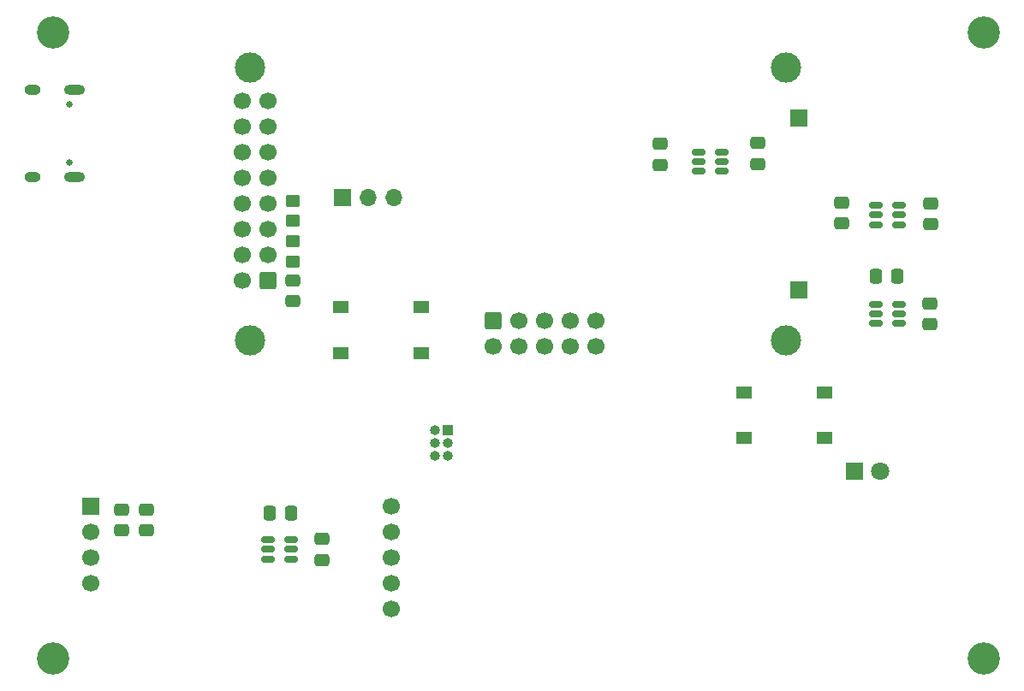
<source format=gbr>
%TF.GenerationSoftware,KiCad,Pcbnew,(6.0.11)*%
%TF.CreationDate,2024-04-14T23:22:21+03:00*%
%TF.ProjectId,avr-co2-detector,6176722d-636f-4322-9d64-65746563746f,rev. 1*%
%TF.SameCoordinates,Original*%
%TF.FileFunction,Soldermask,Bot*%
%TF.FilePolarity,Negative*%
%FSLAX46Y46*%
G04 Gerber Fmt 4.6, Leading zero omitted, Abs format (unit mm)*
G04 Created by KiCad (PCBNEW (6.0.11)) date 2024-04-14 23:22:21*
%MOMM*%
%LPD*%
G01*
G04 APERTURE LIST*
G04 Aperture macros list*
%AMRoundRect*
0 Rectangle with rounded corners*
0 $1 Rounding radius*
0 $2 $3 $4 $5 $6 $7 $8 $9 X,Y pos of 4 corners*
0 Add a 4 corners polygon primitive as box body*
4,1,4,$2,$3,$4,$5,$6,$7,$8,$9,$2,$3,0*
0 Add four circle primitives for the rounded corners*
1,1,$1+$1,$2,$3*
1,1,$1+$1,$4,$5*
1,1,$1+$1,$6,$7*
1,1,$1+$1,$8,$9*
0 Add four rect primitives between the rounded corners*
20,1,$1+$1,$2,$3,$4,$5,0*
20,1,$1+$1,$4,$5,$6,$7,0*
20,1,$1+$1,$6,$7,$8,$9,0*
20,1,$1+$1,$8,$9,$2,$3,0*%
G04 Aperture macros list end*
%ADD10C,3.200000*%
%ADD11C,3.000000*%
%ADD12C,0.650000*%
%ADD13O,2.100000X1.000000*%
%ADD14O,1.600000X1.000000*%
%ADD15R,1.700000X1.700000*%
%ADD16C,1.700000*%
%ADD17RoundRect,0.250000X0.600000X0.600000X-0.600000X0.600000X-0.600000X-0.600000X0.600000X-0.600000X0*%
%ADD18R,1.800000X1.800000*%
%ADD19C,1.800000*%
%ADD20RoundRect,0.250000X0.475000X-0.337500X0.475000X0.337500X-0.475000X0.337500X-0.475000X-0.337500X0*%
%ADD21RoundRect,0.250000X-0.475000X0.337500X-0.475000X-0.337500X0.475000X-0.337500X0.475000X0.337500X0*%
%ADD22RoundRect,0.150000X0.512500X0.150000X-0.512500X0.150000X-0.512500X-0.150000X0.512500X-0.150000X0*%
%ADD23RoundRect,0.250000X-0.337500X-0.475000X0.337500X-0.475000X0.337500X0.475000X-0.337500X0.475000X0*%
%ADD24R,1.550000X1.300000*%
%ADD25O,1.700000X1.700000*%
%ADD26R,1.000000X1.000000*%
%ADD27O,1.000000X1.000000*%
%ADD28RoundRect,0.250000X0.450000X-0.350000X0.450000X0.350000X-0.450000X0.350000X-0.450000X-0.350000X0*%
%ADD29RoundRect,0.250000X-0.600000X0.600000X-0.600000X-0.600000X0.600000X-0.600000X0.600000X0.600000X0*%
G04 APERTURE END LIST*
D10*
%TO.C,REF\u002A\u002A*%
X179000000Y-130000000D03*
%TD*%
D11*
%TO.C,REF\u002A\u002A*%
X106500000Y-98500000D03*
%TD*%
D10*
%TO.C,REF\u002A\u002A*%
X179000000Y-68000000D03*
%TD*%
D12*
%TO.C,J1*%
X88600000Y-75110000D03*
X88600000Y-80890000D03*
D13*
X89130000Y-73680000D03*
D14*
X84950000Y-73680000D03*
D13*
X89130000Y-82320000D03*
D14*
X84950000Y-82320000D03*
%TD*%
D15*
%TO.C,U3*%
X90697500Y-114920000D03*
D16*
X90697500Y-117460000D03*
X90697500Y-120000000D03*
X90697500Y-122540000D03*
X120397500Y-125080000D03*
X120397500Y-122540000D03*
X120397500Y-120000000D03*
X120397500Y-117460000D03*
X120397500Y-114920000D03*
%TD*%
D11*
%TO.C,REF\u002A\u002A*%
X159500000Y-98500000D03*
%TD*%
D10*
%TO.C,REF\u002A\u002A*%
X87000000Y-68000000D03*
%TD*%
%TO.C,REF\u002A\u002A*%
X87000000Y-130000000D03*
%TD*%
D17*
%TO.C,J4*%
X108240000Y-92620000D03*
D16*
X105700000Y-92620000D03*
X108240000Y-90080000D03*
X105700000Y-90080000D03*
X108240000Y-87540000D03*
X105700000Y-87540000D03*
X108240000Y-85000000D03*
X105700000Y-85000000D03*
X108240000Y-82460000D03*
X105700000Y-82460000D03*
X108240000Y-79920000D03*
X105700000Y-79920000D03*
X108240000Y-77380000D03*
X105700000Y-77380000D03*
X108240000Y-74840000D03*
X105700000Y-74840000D03*
%TD*%
D11*
%TO.C,REF\u002A\u002A*%
X159500000Y-71500000D03*
%TD*%
D18*
%TO.C,D1*%
X166225000Y-111500000D03*
D19*
X168765000Y-111500000D03*
%TD*%
D11*
%TO.C,REF\u002A\u002A*%
X106500000Y-71500000D03*
%TD*%
D15*
%TO.C,J3*%
X160700000Y-93500000D03*
%TD*%
%TO.C,J2*%
X160700000Y-76500000D03*
%TD*%
D20*
%TO.C,C18*%
X156685714Y-81037500D03*
X156685714Y-78962500D03*
%TD*%
D21*
%TO.C,C10*%
X96200000Y-115262500D03*
X96200000Y-117337500D03*
%TD*%
D22*
%TO.C,U7*%
X110500000Y-118250000D03*
X110500000Y-119200000D03*
X110500000Y-120150000D03*
X108225000Y-120150000D03*
X108225000Y-119200000D03*
X108225000Y-118250000D03*
%TD*%
%TO.C,U9*%
X170637500Y-94950000D03*
X170637500Y-95900000D03*
X170637500Y-96850000D03*
X168362500Y-96850000D03*
X168362500Y-95900000D03*
X168362500Y-94950000D03*
%TD*%
D23*
%TO.C,C25*%
X168362500Y-92200000D03*
X170437500Y-92200000D03*
%TD*%
D24*
%TO.C,SW1*%
X115425000Y-99750000D03*
X123375000Y-99750000D03*
X123375000Y-95250000D03*
X115425000Y-95250000D03*
%TD*%
D23*
%TO.C,C23*%
X108425000Y-115600000D03*
X110500000Y-115600000D03*
%TD*%
D20*
%TO.C,C22*%
X173700000Y-96937500D03*
X173700000Y-94862500D03*
%TD*%
D15*
%TO.C,JP1*%
X115600000Y-84400000D03*
D25*
X118140000Y-84400000D03*
X120680000Y-84400000D03*
%TD*%
D26*
%TO.C,J6*%
X126000002Y-107399998D03*
D27*
X124730002Y-107399998D03*
X126000002Y-108669998D03*
X124730002Y-108669998D03*
X126000002Y-109939998D03*
X124730002Y-109939998D03*
%TD*%
D22*
%TO.C,U6*%
X153137500Y-79850000D03*
X153137500Y-80800000D03*
X153137500Y-81750000D03*
X150862500Y-81750000D03*
X150862500Y-80800000D03*
X150862500Y-79850000D03*
%TD*%
D21*
%TO.C,C7*%
X110700000Y-92562500D03*
X110700000Y-94637500D03*
%TD*%
%TO.C,C24*%
X164985714Y-84862500D03*
X164985714Y-86937500D03*
%TD*%
D28*
%TO.C,R6*%
X110700000Y-90700000D03*
X110700000Y-88700000D03*
%TD*%
D20*
%TO.C,C21*%
X173785714Y-87037500D03*
X173785714Y-84962500D03*
%TD*%
D24*
%TO.C,SW2*%
X155325000Y-103650000D03*
X163275000Y-103650000D03*
X163275000Y-108150000D03*
X155325000Y-108150000D03*
%TD*%
D22*
%TO.C,U8*%
X170637500Y-85150000D03*
X170637500Y-86100000D03*
X170637500Y-87050000D03*
X168362500Y-87050000D03*
X168362500Y-86100000D03*
X168362500Y-85150000D03*
%TD*%
D21*
%TO.C,C11*%
X93800000Y-115262500D03*
X93800000Y-117337500D03*
%TD*%
D28*
%TO.C,R5*%
X110700000Y-86700000D03*
X110700000Y-84700000D03*
%TD*%
D20*
%TO.C,C20*%
X113562500Y-120237500D03*
X113562500Y-118162500D03*
%TD*%
D21*
%TO.C,C19*%
X146985714Y-79062500D03*
X146985714Y-81137500D03*
%TD*%
D29*
%TO.C,J5*%
X130500000Y-96600000D03*
D16*
X130500000Y-99140000D03*
X133040000Y-96600000D03*
X133040000Y-99140000D03*
X135580000Y-96600000D03*
X135580000Y-99140000D03*
X138120000Y-96600000D03*
X138120000Y-99140000D03*
X140660000Y-96600000D03*
X140660000Y-99140000D03*
%TD*%
M02*

</source>
